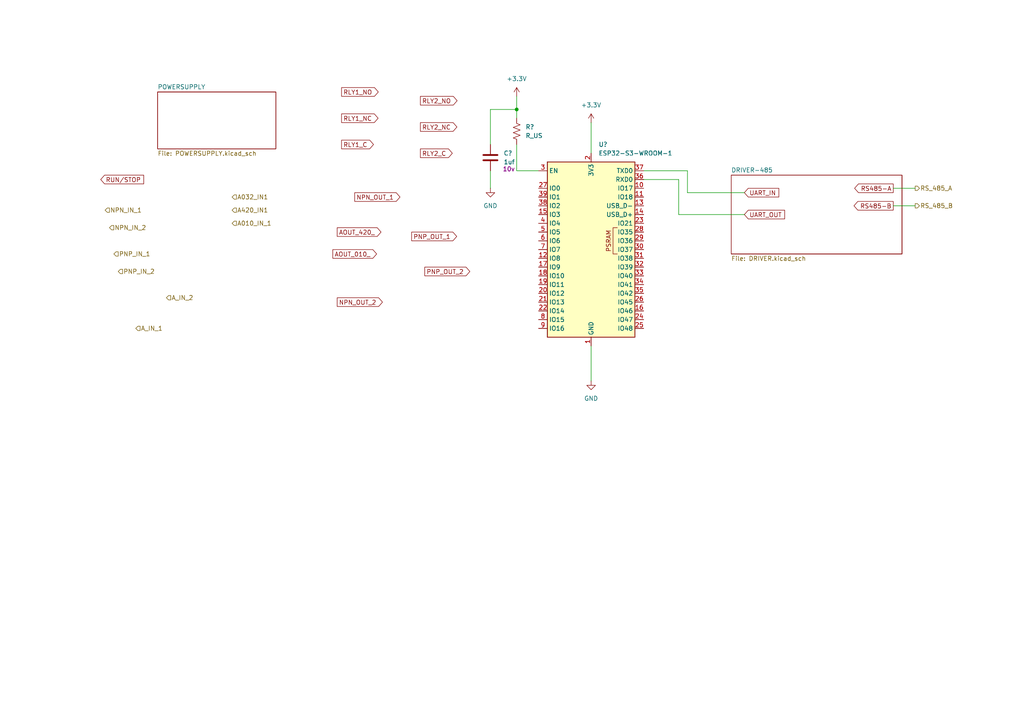
<source format=kicad_sch>
(kicad_sch
	(version 20250114)
	(generator "eeschema")
	(generator_version "9.0")
	(uuid "a8e24de5-b1df-440c-aee0-57f2ba738650")
	(paper "A4")
	(lib_symbols
		(symbol "Device:C"
			(pin_numbers
				(hide yes)
			)
			(pin_names
				(offset 0.254)
			)
			(exclude_from_sim no)
			(in_bom yes)
			(on_board yes)
			(property "Reference" "C"
				(at 0.635 2.54 0)
				(effects
					(font
						(size 1.27 1.27)
					)
					(justify left)
				)
			)
			(property "Value" "C"
				(at 0.635 -2.54 0)
				(effects
					(font
						(size 1.27 1.27)
					)
					(justify left)
				)
			)
			(property "Footprint" ""
				(at 0.9652 -3.81 0)
				(effects
					(font
						(size 1.27 1.27)
					)
					(hide yes)
				)
			)
			(property "Datasheet" "~"
				(at 0 0 0)
				(effects
					(font
						(size 1.27 1.27)
					)
					(hide yes)
				)
			)
			(property "Description" "Unpolarized capacitor"
				(at 0 0 0)
				(effects
					(font
						(size 1.27 1.27)
					)
					(hide yes)
				)
			)
			(property "ki_keywords" "cap capacitor"
				(at 0 0 0)
				(effects
					(font
						(size 1.27 1.27)
					)
					(hide yes)
				)
			)
			(property "ki_fp_filters" "C_*"
				(at 0 0 0)
				(effects
					(font
						(size 1.27 1.27)
					)
					(hide yes)
				)
			)
			(symbol "C_0_1"
				(polyline
					(pts
						(xy -2.032 0.762) (xy 2.032 0.762)
					)
					(stroke
						(width 0.508)
						(type default)
					)
					(fill
						(type none)
					)
				)
				(polyline
					(pts
						(xy -2.032 -0.762) (xy 2.032 -0.762)
					)
					(stroke
						(width 0.508)
						(type default)
					)
					(fill
						(type none)
					)
				)
			)
			(symbol "C_1_1"
				(pin passive line
					(at 0 3.81 270)
					(length 2.794)
					(name "~"
						(effects
							(font
								(size 1.27 1.27)
							)
						)
					)
					(number "1"
						(effects
							(font
								(size 1.27 1.27)
							)
						)
					)
				)
				(pin passive line
					(at 0 -3.81 90)
					(length 2.794)
					(name "~"
						(effects
							(font
								(size 1.27 1.27)
							)
						)
					)
					(number "2"
						(effects
							(font
								(size 1.27 1.27)
							)
						)
					)
				)
			)
			(embedded_fonts no)
		)
		(symbol "Device:R_US"
			(pin_numbers
				(hide yes)
			)
			(pin_names
				(offset 0)
			)
			(exclude_from_sim no)
			(in_bom yes)
			(on_board yes)
			(property "Reference" "R"
				(at 2.54 0 90)
				(effects
					(font
						(size 1.27 1.27)
					)
				)
			)
			(property "Value" "R_US"
				(at -2.54 0 90)
				(effects
					(font
						(size 1.27 1.27)
					)
				)
			)
			(property "Footprint" ""
				(at 1.016 -0.254 90)
				(effects
					(font
						(size 1.27 1.27)
					)
					(hide yes)
				)
			)
			(property "Datasheet" "~"
				(at 0 0 0)
				(effects
					(font
						(size 1.27 1.27)
					)
					(hide yes)
				)
			)
			(property "Description" "Resistor, US symbol"
				(at 0 0 0)
				(effects
					(font
						(size 1.27 1.27)
					)
					(hide yes)
				)
			)
			(property "ki_keywords" "R res resistor"
				(at 0 0 0)
				(effects
					(font
						(size 1.27 1.27)
					)
					(hide yes)
				)
			)
			(property "ki_fp_filters" "R_*"
				(at 0 0 0)
				(effects
					(font
						(size 1.27 1.27)
					)
					(hide yes)
				)
			)
			(symbol "R_US_0_1"
				(polyline
					(pts
						(xy 0 2.286) (xy 0 2.54)
					)
					(stroke
						(width 0)
						(type default)
					)
					(fill
						(type none)
					)
				)
				(polyline
					(pts
						(xy 0 2.286) (xy 1.016 1.905) (xy 0 1.524) (xy -1.016 1.143) (xy 0 0.762)
					)
					(stroke
						(width 0)
						(type default)
					)
					(fill
						(type none)
					)
				)
				(polyline
					(pts
						(xy 0 0.762) (xy 1.016 0.381) (xy 0 0) (xy -1.016 -0.381) (xy 0 -0.762)
					)
					(stroke
						(width 0)
						(type default)
					)
					(fill
						(type none)
					)
				)
				(polyline
					(pts
						(xy 0 -0.762) (xy 1.016 -1.143) (xy 0 -1.524) (xy -1.016 -1.905) (xy 0 -2.286)
					)
					(stroke
						(width 0)
						(type default)
					)
					(fill
						(type none)
					)
				)
				(polyline
					(pts
						(xy 0 -2.286) (xy 0 -2.54)
					)
					(stroke
						(width 0)
						(type default)
					)
					(fill
						(type none)
					)
				)
			)
			(symbol "R_US_1_1"
				(pin passive line
					(at 0 3.81 270)
					(length 1.27)
					(name "~"
						(effects
							(font
								(size 1.27 1.27)
							)
						)
					)
					(number "1"
						(effects
							(font
								(size 1.27 1.27)
							)
						)
					)
				)
				(pin passive line
					(at 0 -3.81 90)
					(length 1.27)
					(name "~"
						(effects
							(font
								(size 1.27 1.27)
							)
						)
					)
					(number "2"
						(effects
							(font
								(size 1.27 1.27)
							)
						)
					)
				)
			)
			(embedded_fonts no)
		)
		(symbol "RF_Module:ESP32-S3-WROOM-1"
			(exclude_from_sim no)
			(in_bom yes)
			(on_board yes)
			(property "Reference" "U"
				(at -12.7 26.67 0)
				(effects
					(font
						(size 1.27 1.27)
					)
				)
			)
			(property "Value" "ESP32-S3-WROOM-1"
				(at 12.7 26.67 0)
				(effects
					(font
						(size 1.27 1.27)
					)
				)
			)
			(property "Footprint" "RF_Module:ESP32-S3-WROOM-1"
				(at 0 2.54 0)
				(effects
					(font
						(size 1.27 1.27)
					)
					(hide yes)
				)
			)
			(property "Datasheet" "https://www.espressif.com/sites/default/files/documentation/esp32-s3-wroom-1_wroom-1u_datasheet_en.pdf"
				(at 0 0 0)
				(effects
					(font
						(size 1.27 1.27)
					)
					(hide yes)
				)
			)
			(property "Description" "RF Module, ESP32-S3 SoC, Wi-Fi 802.11b/g/n, Bluetooth, BLE, 32-bit, 3.3V, onboard antenna, SMD"
				(at 0 0 0)
				(effects
					(font
						(size 1.27 1.27)
					)
					(hide yes)
				)
			)
			(property "ki_keywords" "RF Radio BT ESP ESP32-S3 Espressif onboard PCB antenna"
				(at 0 0 0)
				(effects
					(font
						(size 1.27 1.27)
					)
					(hide yes)
				)
			)
			(property "ki_fp_filters" "ESP32?S3?WROOM?1*"
				(at 0 0 0)
				(effects
					(font
						(size 1.27 1.27)
					)
					(hide yes)
				)
			)
			(symbol "ESP32-S3-WROOM-1_0_0"
				(rectangle
					(start -12.7 25.4)
					(end 12.7 -25.4)
					(stroke
						(width 0.254)
						(type default)
					)
					(fill
						(type background)
					)
				)
				(text "PSRAM"
					(at 5.08 2.54 900)
					(effects
						(font
							(size 1.27 1.27)
						)
					)
				)
			)
			(symbol "ESP32-S3-WROOM-1_0_1"
				(polyline
					(pts
						(xy 7.62 -1.27) (xy 6.35 -1.27) (xy 6.35 6.35) (xy 7.62 6.35)
					)
					(stroke
						(width 0)
						(type default)
					)
					(fill
						(type none)
					)
				)
			)
			(symbol "ESP32-S3-WROOM-1_1_1"
				(pin input line
					(at -15.24 22.86 0)
					(length 2.54)
					(name "EN"
						(effects
							(font
								(size 1.27 1.27)
							)
						)
					)
					(number "3"
						(effects
							(font
								(size 1.27 1.27)
							)
						)
					)
				)
				(pin bidirectional line
					(at -15.24 17.78 0)
					(length 2.54)
					(name "IO0"
						(effects
							(font
								(size 1.27 1.27)
							)
						)
					)
					(number "27"
						(effects
							(font
								(size 1.27 1.27)
							)
						)
					)
				)
				(pin bidirectional line
					(at -15.24 15.24 0)
					(length 2.54)
					(name "IO1"
						(effects
							(font
								(size 1.27 1.27)
							)
						)
					)
					(number "39"
						(effects
							(font
								(size 1.27 1.27)
							)
						)
					)
				)
				(pin bidirectional line
					(at -15.24 12.7 0)
					(length 2.54)
					(name "IO2"
						(effects
							(font
								(size 1.27 1.27)
							)
						)
					)
					(number "38"
						(effects
							(font
								(size 1.27 1.27)
							)
						)
					)
				)
				(pin bidirectional line
					(at -15.24 10.16 0)
					(length 2.54)
					(name "IO3"
						(effects
							(font
								(size 1.27 1.27)
							)
						)
					)
					(number "15"
						(effects
							(font
								(size 1.27 1.27)
							)
						)
					)
				)
				(pin bidirectional line
					(at -15.24 7.62 0)
					(length 2.54)
					(name "IO4"
						(effects
							(font
								(size 1.27 1.27)
							)
						)
					)
					(number "4"
						(effects
							(font
								(size 1.27 1.27)
							)
						)
					)
				)
				(pin bidirectional line
					(at -15.24 5.08 0)
					(length 2.54)
					(name "IO5"
						(effects
							(font
								(size 1.27 1.27)
							)
						)
					)
					(number "5"
						(effects
							(font
								(size 1.27 1.27)
							)
						)
					)
				)
				(pin bidirectional line
					(at -15.24 2.54 0)
					(length 2.54)
					(name "IO6"
						(effects
							(font
								(size 1.27 1.27)
							)
						)
					)
					(number "6"
						(effects
							(font
								(size 1.27 1.27)
							)
						)
					)
				)
				(pin bidirectional line
					(at -15.24 0 0)
					(length 2.54)
					(name "IO7"
						(effects
							(font
								(size 1.27 1.27)
							)
						)
					)
					(number "7"
						(effects
							(font
								(size 1.27 1.27)
							)
						)
					)
				)
				(pin bidirectional line
					(at -15.24 -2.54 0)
					(length 2.54)
					(name "IO8"
						(effects
							(font
								(size 1.27 1.27)
							)
						)
					)
					(number "12"
						(effects
							(font
								(size 1.27 1.27)
							)
						)
					)
				)
				(pin bidirectional line
					(at -15.24 -5.08 0)
					(length 2.54)
					(name "IO9"
						(effects
							(font
								(size 1.27 1.27)
							)
						)
					)
					(number "17"
						(effects
							(font
								(size 1.27 1.27)
							)
						)
					)
				)
				(pin bidirectional line
					(at -15.24 -7.62 0)
					(length 2.54)
					(name "IO10"
						(effects
							(font
								(size 1.27 1.27)
							)
						)
					)
					(number "18"
						(effects
							(font
								(size 1.27 1.27)
							)
						)
					)
				)
				(pin bidirectional line
					(at -15.24 -10.16 0)
					(length 2.54)
					(name "IO11"
						(effects
							(font
								(size 1.27 1.27)
							)
						)
					)
					(number "19"
						(effects
							(font
								(size 1.27 1.27)
							)
						)
					)
				)
				(pin bidirectional line
					(at -15.24 -12.7 0)
					(length 2.54)
					(name "IO12"
						(effects
							(font
								(size 1.27 1.27)
							)
						)
					)
					(number "20"
						(effects
							(font
								(size 1.27 1.27)
							)
						)
					)
				)
				(pin bidirectional line
					(at -15.24 -15.24 0)
					(length 2.54)
					(name "IO13"
						(effects
							(font
								(size 1.27 1.27)
							)
						)
					)
					(number "21"
						(effects
							(font
								(size 1.27 1.27)
							)
						)
					)
				)
				(pin bidirectional line
					(at -15.24 -17.78 0)
					(length 2.54)
					(name "IO14"
						(effects
							(font
								(size 1.27 1.27)
							)
						)
					)
					(number "22"
						(effects
							(font
								(size 1.27 1.27)
							)
						)
					)
				)
				(pin bidirectional line
					(at -15.24 -20.32 0)
					(length 2.54)
					(name "IO15"
						(effects
							(font
								(size 1.27 1.27)
							)
						)
					)
					(number "8"
						(effects
							(font
								(size 1.27 1.27)
							)
						)
					)
				)
				(pin bidirectional line
					(at -15.24 -22.86 0)
					(length 2.54)
					(name "IO16"
						(effects
							(font
								(size 1.27 1.27)
							)
						)
					)
					(number "9"
						(effects
							(font
								(size 1.27 1.27)
							)
						)
					)
				)
				(pin power_in line
					(at 0 27.94 270)
					(length 2.54)
					(name "3V3"
						(effects
							(font
								(size 1.27 1.27)
							)
						)
					)
					(number "2"
						(effects
							(font
								(size 1.27 1.27)
							)
						)
					)
				)
				(pin power_in line
					(at 0 -27.94 90)
					(length 2.54)
					(name "GND"
						(effects
							(font
								(size 1.27 1.27)
							)
						)
					)
					(number "1"
						(effects
							(font
								(size 1.27 1.27)
							)
						)
					)
				)
				(pin passive line
					(at 0 -27.94 90)
					(length 2.54)
					(hide yes)
					(name "GND"
						(effects
							(font
								(size 1.27 1.27)
							)
						)
					)
					(number "40"
						(effects
							(font
								(size 1.27 1.27)
							)
						)
					)
				)
				(pin passive line
					(at 0 -27.94 90)
					(length 2.54)
					(hide yes)
					(name "GND"
						(effects
							(font
								(size 1.27 1.27)
							)
						)
					)
					(number "41"
						(effects
							(font
								(size 1.27 1.27)
							)
						)
					)
				)
				(pin bidirectional line
					(at 15.24 22.86 180)
					(length 2.54)
					(name "TXD0"
						(effects
							(font
								(size 1.27 1.27)
							)
						)
					)
					(number "37"
						(effects
							(font
								(size 1.27 1.27)
							)
						)
					)
				)
				(pin bidirectional line
					(at 15.24 20.32 180)
					(length 2.54)
					(name "RXD0"
						(effects
							(font
								(size 1.27 1.27)
							)
						)
					)
					(number "36"
						(effects
							(font
								(size 1.27 1.27)
							)
						)
					)
				)
				(pin bidirectional line
					(at 15.24 17.78 180)
					(length 2.54)
					(name "IO17"
						(effects
							(font
								(size 1.27 1.27)
							)
						)
					)
					(number "10"
						(effects
							(font
								(size 1.27 1.27)
							)
						)
					)
				)
				(pin bidirectional line
					(at 15.24 15.24 180)
					(length 2.54)
					(name "IO18"
						(effects
							(font
								(size 1.27 1.27)
							)
						)
					)
					(number "11"
						(effects
							(font
								(size 1.27 1.27)
							)
						)
					)
				)
				(pin bidirectional line
					(at 15.24 12.7 180)
					(length 2.54)
					(name "USB_D-"
						(effects
							(font
								(size 1.27 1.27)
							)
						)
					)
					(number "13"
						(effects
							(font
								(size 1.27 1.27)
							)
						)
					)
					(alternate "IO19" bidirectional line)
				)
				(pin bidirectional line
					(at 15.24 10.16 180)
					(length 2.54)
					(name "USB_D+"
						(effects
							(font
								(size 1.27 1.27)
							)
						)
					)
					(number "14"
						(effects
							(font
								(size 1.27 1.27)
							)
						)
					)
					(alternate "IO20" bidirectional line)
				)
				(pin bidirectional line
					(at 15.24 7.62 180)
					(length 2.54)
					(name "IO21"
						(effects
							(font
								(size 1.27 1.27)
							)
						)
					)
					(number "23"
						(effects
							(font
								(size 1.27 1.27)
							)
						)
					)
				)
				(pin bidirectional line
					(at 15.24 5.08 180)
					(length 2.54)
					(name "IO35"
						(effects
							(font
								(size 1.27 1.27)
							)
						)
					)
					(number "28"
						(effects
							(font
								(size 1.27 1.27)
							)
						)
					)
				)
				(pin bidirectional line
					(at 15.24 2.54 180)
					(length 2.54)
					(name "IO36"
						(effects
							(font
								(size 1.27 1.27)
							)
						)
					)
					(number "29"
						(effects
							(font
								(size 1.27 1.27)
							)
						)
					)
				)
				(pin bidirectional line
					(at 15.24 0 180)
					(length 2.54)
					(name "IO37"
						(effects
							(font
								(size 1.27 1.27)
							)
						)
					)
					(number "30"
						(effects
							(font
								(size 1.27 1.27)
							)
						)
					)
				)
				(pin bidirectional line
					(at 15.24 -2.54 180)
					(length 2.54)
					(name "IO38"
						(effects
							(font
								(size 1.27 1.27)
							)
						)
					)
					(number "31"
						(effects
							(font
								(size 1.27 1.27)
							)
						)
					)
				)
				(pin bidirectional line
					(at 15.24 -5.08 180)
					(length 2.54)
					(name "IO39"
						(effects
							(font
								(size 1.27 1.27)
							)
						)
					)
					(number "32"
						(effects
							(font
								(size 1.27 1.27)
							)
						)
					)
				)
				(pin bidirectional line
					(at 15.24 -7.62 180)
					(length 2.54)
					(name "IO40"
						(effects
							(font
								(size 1.27 1.27)
							)
						)
					)
					(number "33"
						(effects
							(font
								(size 1.27 1.27)
							)
						)
					)
				)
				(pin bidirectional line
					(at 15.24 -10.16 180)
					(length 2.54)
					(name "IO41"
						(effects
							(font
								(size 1.27 1.27)
							)
						)
					)
					(number "34"
						(effects
							(font
								(size 1.27 1.27)
							)
						)
					)
				)
				(pin bidirectional line
					(at 15.24 -12.7 180)
					(length 2.54)
					(name "IO42"
						(effects
							(font
								(size 1.27 1.27)
							)
						)
					)
					(number "35"
						(effects
							(font
								(size 1.27 1.27)
							)
						)
					)
				)
				(pin bidirectional line
					(at 15.24 -15.24 180)
					(length 2.54)
					(name "IO45"
						(effects
							(font
								(size 1.27 1.27)
							)
						)
					)
					(number "26"
						(effects
							(font
								(size 1.27 1.27)
							)
						)
					)
				)
				(pin bidirectional line
					(at 15.24 -17.78 180)
					(length 2.54)
					(name "IO46"
						(effects
							(font
								(size 1.27 1.27)
							)
						)
					)
					(number "16"
						(effects
							(font
								(size 1.27 1.27)
							)
						)
					)
				)
				(pin bidirectional line
					(at 15.24 -20.32 180)
					(length 2.54)
					(name "IO47"
						(effects
							(font
								(size 1.27 1.27)
							)
						)
					)
					(number "24"
						(effects
							(font
								(size 1.27 1.27)
							)
						)
					)
				)
				(pin bidirectional line
					(at 15.24 -22.86 180)
					(length 2.54)
					(name "IO48"
						(effects
							(font
								(size 1.27 1.27)
							)
						)
					)
					(number "25"
						(effects
							(font
								(size 1.27 1.27)
							)
						)
					)
				)
			)
			(embedded_fonts no)
		)
		(symbol "power:+3.3V"
			(power)
			(pin_numbers
				(hide yes)
			)
			(pin_names
				(offset 0)
				(hide yes)
			)
			(exclude_from_sim no)
			(in_bom yes)
			(on_board yes)
			(property "Reference" "#PWR"
				(at 0 -3.81 0)
				(effects
					(font
						(size 1.27 1.27)
					)
					(hide yes)
				)
			)
			(property "Value" "+3.3V"
				(at 0 3.556 0)
				(effects
					(font
						(size 1.27 1.27)
					)
				)
			)
			(property "Footprint" ""
				(at 0 0 0)
				(effects
					(font
						(size 1.27 1.27)
					)
					(hide yes)
				)
			)
			(property "Datasheet" ""
				(at 0 0 0)
				(effects
					(font
						(size 1.27 1.27)
					)
					(hide yes)
				)
			)
			(property "Description" "Power symbol creates a global label with name \"+3.3V\""
				(at 0 0 0)
				(effects
					(font
						(size 1.27 1.27)
					)
					(hide yes)
				)
			)
			(property "ki_keywords" "global power"
				(at 0 0 0)
				(effects
					(font
						(size 1.27 1.27)
					)
					(hide yes)
				)
			)
			(symbol "+3.3V_0_1"
				(polyline
					(pts
						(xy -0.762 1.27) (xy 0 2.54)
					)
					(stroke
						(width 0)
						(type default)
					)
					(fill
						(type none)
					)
				)
				(polyline
					(pts
						(xy 0 2.54) (xy 0.762 1.27)
					)
					(stroke
						(width 0)
						(type default)
					)
					(fill
						(type none)
					)
				)
				(polyline
					(pts
						(xy 0 0) (xy 0 2.54)
					)
					(stroke
						(width 0)
						(type default)
					)
					(fill
						(type none)
					)
				)
			)
			(symbol "+3.3V_1_1"
				(pin power_in line
					(at 0 0 90)
					(length 0)
					(name "~"
						(effects
							(font
								(size 1.27 1.27)
							)
						)
					)
					(number "1"
						(effects
							(font
								(size 1.27 1.27)
							)
						)
					)
				)
			)
			(embedded_fonts no)
		)
		(symbol "power:GND"
			(power)
			(pin_numbers
				(hide yes)
			)
			(pin_names
				(offset 0)
				(hide yes)
			)
			(exclude_from_sim no)
			(in_bom yes)
			(on_board yes)
			(property "Reference" "#PWR"
				(at 0 -6.35 0)
				(effects
					(font
						(size 1.27 1.27)
					)
					(hide yes)
				)
			)
			(property "Value" "GND"
				(at 0 -3.81 0)
				(effects
					(font
						(size 1.27 1.27)
					)
				)
			)
			(property "Footprint" ""
				(at 0 0 0)
				(effects
					(font
						(size 1.27 1.27)
					)
					(hide yes)
				)
			)
			(property "Datasheet" ""
				(at 0 0 0)
				(effects
					(font
						(size 1.27 1.27)
					)
					(hide yes)
				)
			)
			(property "Description" "Power symbol creates a global label with name \"GND\" , ground"
				(at 0 0 0)
				(effects
					(font
						(size 1.27 1.27)
					)
					(hide yes)
				)
			)
			(property "ki_keywords" "global power"
				(at 0 0 0)
				(effects
					(font
						(size 1.27 1.27)
					)
					(hide yes)
				)
			)
			(symbol "GND_0_1"
				(polyline
					(pts
						(xy 0 0) (xy 0 -1.27) (xy 1.27 -1.27) (xy 0 -2.54) (xy -1.27 -1.27) (xy 0 -1.27)
					)
					(stroke
						(width 0)
						(type default)
					)
					(fill
						(type none)
					)
				)
			)
			(symbol "GND_1_1"
				(pin power_in line
					(at 0 0 270)
					(length 0)
					(name "~"
						(effects
							(font
								(size 1.27 1.27)
							)
						)
					)
					(number "1"
						(effects
							(font
								(size 1.27 1.27)
							)
						)
					)
				)
			)
			(embedded_fonts no)
		)
	)
	(junction
		(at 149.86 31.75)
		(diameter 0)
		(color 0 0 0 0)
		(uuid "650f93f3-6b94-4766-b318-4915187c1c65")
	)
	(wire
		(pts
			(xy 149.86 31.75) (xy 149.86 34.29)
		)
		(stroke
			(width 0)
			(type default)
		)
		(uuid "0f513823-e3eb-447e-a8d1-275d54408836")
	)
	(wire
		(pts
			(xy 149.86 41.91) (xy 149.86 49.53)
		)
		(stroke
			(width 0)
			(type default)
		)
		(uuid "20a24c9b-3432-46ae-b123-62a2031bb9fd")
	)
	(wire
		(pts
			(xy 171.45 100.33) (xy 171.45 110.49)
		)
		(stroke
			(width 0)
			(type default)
		)
		(uuid "23652a4b-9856-4efb-8201-e5ea5ff597af")
	)
	(wire
		(pts
			(xy 259.08 59.69) (xy 265.43 59.69)
		)
		(stroke
			(width 0)
			(type default)
		)
		(uuid "2dbe8add-880a-4a8e-b998-dde8c0679e1c")
	)
	(wire
		(pts
			(xy 196.85 62.23) (xy 215.9 62.23)
		)
		(stroke
			(width 0)
			(type default)
		)
		(uuid "6fb76a61-54ad-4d47-b279-1024b157ec33")
	)
	(wire
		(pts
			(xy 142.24 49.53) (xy 142.24 54.61)
		)
		(stroke
			(width 0)
			(type default)
		)
		(uuid "718e73f1-da47-415c-bc15-f264f4f12d74")
	)
	(wire
		(pts
			(xy 142.24 31.75) (xy 149.86 31.75)
		)
		(stroke
			(width 0)
			(type default)
		)
		(uuid "7794c223-9a11-4b55-8d0a-e4581edcc982")
	)
	(wire
		(pts
			(xy 186.69 49.53) (xy 199.39 49.53)
		)
		(stroke
			(width 0)
			(type default)
		)
		(uuid "7f2d44cb-6940-449a-8474-2833cec831fd")
	)
	(wire
		(pts
			(xy 186.69 52.07) (xy 196.85 52.07)
		)
		(stroke
			(width 0)
			(type default)
		)
		(uuid "944ee6b7-d694-49a7-bb25-a127ac301bf2")
	)
	(wire
		(pts
			(xy 196.85 52.07) (xy 196.85 62.23)
		)
		(stroke
			(width 0)
			(type default)
		)
		(uuid "a2e39068-a81f-4f8c-9a05-332af004d462")
	)
	(wire
		(pts
			(xy 171.45 35.56) (xy 171.45 44.45)
		)
		(stroke
			(width 0)
			(type default)
		)
		(uuid "c33b4fc5-4b3e-4bc2-a4a3-926bc08355b9")
	)
	(wire
		(pts
			(xy 259.08 54.61) (xy 265.43 54.61)
		)
		(stroke
			(width 0)
			(type default)
		)
		(uuid "c8bdf281-4bf1-4c0d-a1d2-987f20270d31")
	)
	(wire
		(pts
			(xy 149.86 49.53) (xy 156.21 49.53)
		)
		(stroke
			(width 0)
			(type default)
		)
		(uuid "d2713b47-1033-4af9-aba7-578125ba5503")
	)
	(wire
		(pts
			(xy 199.39 49.53) (xy 199.39 55.88)
		)
		(stroke
			(width 0)
			(type default)
		)
		(uuid "d972359a-f9a0-4618-b781-d6c2fd20d269")
	)
	(wire
		(pts
			(xy 199.39 55.88) (xy 215.9 55.88)
		)
		(stroke
			(width 0)
			(type default)
		)
		(uuid "dba3f711-189c-49e2-a1d0-beefda59f99a")
	)
	(wire
		(pts
			(xy 142.24 41.91) (xy 142.24 31.75)
		)
		(stroke
			(width 0)
			(type default)
		)
		(uuid "ddd44235-348b-4a21-bbb9-06a4ea216c15")
	)
	(wire
		(pts
			(xy 149.86 27.94) (xy 149.86 31.75)
		)
		(stroke
			(width 0)
			(type default)
		)
		(uuid "fdbb46e0-4884-4c9a-8dae-1ba8b7416e7a")
	)
	(global_label "PNP_OUT_2"
		(shape output)
		(at 123.19 78.74 0)
		(fields_autoplaced yes)
		(effects
			(font
				(size 1.27 1.27)
			)
			(justify left)
		)
		(uuid "243f4fec-d8dd-4a93-a12e-893b42f6525c")
		(property "Intersheetrefs" "${INTERSHEET_REFS}"
			(at 136.819 78.74 0)
			(effects
				(font
					(size 1.27 1.27)
				)
				(justify left)
				(hide yes)
			)
		)
	)
	(global_label "RLY1_NO"
		(shape output)
		(at 99.06 26.67 0)
		(fields_autoplaced yes)
		(effects
			(font
				(size 1.27 1.27)
			)
			(justify left)
		)
		(uuid "247eb049-428f-4f25-91eb-61239c3a2244")
		(property "Intersheetrefs" "${INTERSHEET_REFS}"
			(at 110.27 26.67 0)
			(effects
				(font
					(size 1.27 1.27)
				)
				(justify left)
				(hide yes)
			)
		)
	)
	(global_label "RLY2_NO"
		(shape output)
		(at 121.92 29.21 0)
		(fields_autoplaced yes)
		(effects
			(font
				(size 1.27 1.27)
			)
			(justify left)
		)
		(uuid "282f09cd-2d82-4e82-8852-44f02019f644")
		(property "Intersheetrefs" "${INTERSHEET_REFS}"
			(at 133.13 29.21 0)
			(effects
				(font
					(size 1.27 1.27)
				)
				(justify left)
				(hide yes)
			)
		)
	)
	(global_label "RS485-B"
		(shape output)
		(at 259.08 59.69 180)
		(fields_autoplaced yes)
		(effects
			(font
				(size 1.27 1.27)
			)
			(justify right)
		)
		(uuid "2f25038b-4b22-436d-84c5-19b761f24e45")
		(property "Intersheetrefs" "${INTERSHEET_REFS}"
			(at 247.1444 59.69 0)
			(effects
				(font
					(size 1.27 1.27)
				)
				(justify right)
				(hide yes)
			)
		)
	)
	(global_label "AOUT_420_"
		(shape output)
		(at 97.79 67.31 0)
		(fields_autoplaced yes)
		(effects
			(font
				(size 1.27 1.27)
			)
			(justify left)
		)
		(uuid "38086f34-0d25-4e31-a2b1-02c2850020b2")
		(property "Intersheetrefs" "${INTERSHEET_REFS}"
			(at 111.0561 67.31 0)
			(effects
				(font
					(size 1.27 1.27)
				)
				(justify left)
				(hide yes)
			)
		)
	)
	(global_label "RUN{slash}STOP"
		(shape input)
		(at 29.21 52.07 0)
		(fields_autoplaced yes)
		(effects
			(font
				(size 1.27 1.27)
			)
			(justify left)
		)
		(uuid "395d5b4f-5368-4466-a499-96cc3140ff17")
		(property "Intersheetrefs" "${INTERSHEET_REFS}"
			(at 42.2343 52.07 0)
			(effects
				(font
					(size 1.27 1.27)
				)
				(justify left)
				(hide yes)
			)
		)
	)
	(global_label "RLY2_NC"
		(shape output)
		(at 121.92 36.83 0)
		(fields_autoplaced yes)
		(effects
			(font
				(size 1.27 1.27)
			)
			(justify left)
		)
		(uuid "3c76c257-1570-4d6d-9f0c-44b1f7739d58")
		(property "Intersheetrefs" "${INTERSHEET_REFS}"
			(at 133.0695 36.83 0)
			(effects
				(font
					(size 1.27 1.27)
				)
				(justify left)
				(hide yes)
			)
		)
	)
	(global_label "NPN_OUT_2"
		(shape output)
		(at 97.79 87.63 0)
		(fields_autoplaced yes)
		(effects
			(font
				(size 1.27 1.27)
			)
			(justify left)
		)
		(uuid "425a0faf-cdf7-4915-9b12-fe1b216ed391")
		(property "Intersheetrefs" "${INTERSHEET_REFS}"
			(at 111.4795 87.63 0)
			(effects
				(font
					(size 1.27 1.27)
				)
				(justify left)
				(hide yes)
			)
		)
	)
	(global_label "PNP_OUT_1"
		(shape output)
		(at 119.38 68.58 0)
		(fields_autoplaced yes)
		(effects
			(font
				(size 1.27 1.27)
			)
			(justify left)
		)
		(uuid "56ca9699-eeb9-471a-bfbc-1a194b0c3a33")
		(property "Intersheetrefs" "${INTERSHEET_REFS}"
			(at 133.009 68.58 0)
			(effects
				(font
					(size 1.27 1.27)
				)
				(justify left)
				(hide yes)
			)
		)
	)
	(global_label "UART_OUT"
		(shape input)
		(at 215.9 62.23 0)
		(fields_autoplaced yes)
		(effects
			(font
				(size 1.27 1.27)
			)
			(justify left)
		)
		(uuid "5ef3961a-fc5a-44fe-8eea-49b91391b224")
		(property "Intersheetrefs" "${INTERSHEET_REFS}"
			(at 228.1381 62.23 0)
			(effects
				(font
					(size 1.27 1.27)
				)
				(justify left)
				(hide yes)
			)
		)
	)
	(global_label "NPN_OUT_1"
		(shape output)
		(at 102.87 57.15 0)
		(fields_autoplaced yes)
		(effects
			(font
				(size 1.27 1.27)
			)
			(justify left)
		)
		(uuid "6b864ad5-e675-43c3-91e8-12e3720b5761")
		(property "Intersheetrefs" "${INTERSHEET_REFS}"
			(at 116.5595 57.15 0)
			(effects
				(font
					(size 1.27 1.27)
				)
				(justify left)
				(hide yes)
			)
		)
	)
	(global_label "RLY1_NC"
		(shape output)
		(at 99.06 34.29 0)
		(fields_autoplaced yes)
		(effects
			(font
				(size 1.27 1.27)
			)
			(justify left)
		)
		(uuid "7d699579-9321-4c21-9078-25f22693271f")
		(property "Intersheetrefs" "${INTERSHEET_REFS}"
			(at 110.2095 34.29 0)
			(effects
				(font
					(size 1.27 1.27)
				)
				(justify left)
				(hide yes)
			)
		)
	)
	(global_label "RS485-A"
		(shape output)
		(at 259.08 54.61 180)
		(fields_autoplaced yes)
		(effects
			(font
				(size 1.27 1.27)
			)
			(justify right)
		)
		(uuid "87d7fb46-a073-4eb7-8183-faa9c80e1427")
		(property "Intersheetrefs" "${INTERSHEET_REFS}"
			(at 247.3258 54.61 0)
			(effects
				(font
					(size 1.27 1.27)
				)
				(justify right)
				(hide yes)
			)
		)
	)
	(global_label "AOUT_010_"
		(shape output)
		(at 96.52 73.66 0)
		(fields_autoplaced yes)
		(effects
			(font
				(size 1.27 1.27)
			)
			(justify left)
		)
		(uuid "88d516c3-80ed-4090-a934-9bb4e5e74695")
		(property "Intersheetrefs" "${INTERSHEET_REFS}"
			(at 109.7861 73.66 0)
			(effects
				(font
					(size 1.27 1.27)
				)
				(justify left)
				(hide yes)
			)
		)
	)
	(global_label "RLY1_C"
		(shape output)
		(at 99.06 41.91 0)
		(fields_autoplaced yes)
		(effects
			(font
				(size 1.27 1.27)
			)
			(justify left)
		)
		(uuid "b1226a25-a244-4b54-acf5-3cbd8259bf28")
		(property "Intersheetrefs" "${INTERSHEET_REFS}"
			(at 108.879 41.91 0)
			(effects
				(font
					(size 1.27 1.27)
				)
				(justify left)
				(hide yes)
			)
		)
	)
	(global_label "RLY2_C"
		(shape output)
		(at 121.92 44.45 0)
		(fields_autoplaced yes)
		(effects
			(font
				(size 1.27 1.27)
			)
			(justify left)
		)
		(uuid "bb366cb4-e74e-4e67-8dfa-d8e804763543")
		(property "Intersheetrefs" "${INTERSHEET_REFS}"
			(at 131.739 44.45 0)
			(effects
				(font
					(size 1.27 1.27)
				)
				(justify left)
				(hide yes)
			)
		)
	)
	(global_label "UART_IN"
		(shape input)
		(at 215.9 55.88 0)
		(fields_autoplaced yes)
		(effects
			(font
				(size 1.27 1.27)
			)
			(justify left)
		)
		(uuid "ec64b913-336a-49d0-bf00-093909f4a03b")
		(property "Intersheetrefs" "${INTERSHEET_REFS}"
			(at 226.4448 55.88 0)
			(effects
				(font
					(size 1.27 1.27)
				)
				(justify left)
				(hide yes)
			)
		)
	)
	(hierarchical_label "A010_IN_1"
		(shape input)
		(at 67.31 64.77 0)
		(effects
			(font
				(size 1.27 1.27)
			)
			(justify left)
		)
		(uuid "0e274747-eb76-454c-96df-488bc53aac06")
	)
	(hierarchical_label "PNP_IN_1"
		(shape input)
		(at 33.02 73.66 0)
		(effects
			(font
				(size 1.27 1.27)
			)
			(justify left)
		)
		(uuid "173048d4-e17c-4455-8229-af2200ca3cf6")
	)
	(hierarchical_label "NPN_IN_2"
		(shape input)
		(at 31.75 66.04 0)
		(effects
			(font
				(size 1.27 1.27)
			)
			(justify left)
		)
		(uuid "41765dc4-e3b9-459c-817a-86321e35bfe6")
	)
	(hierarchical_label "A032_IN1"
		(shape input)
		(at 67.31 57.15 0)
		(effects
			(font
				(size 1.27 1.27)
			)
			(justify left)
		)
		(uuid "46474dce-cf76-4684-ad56-40518ad9d38e")
	)
	(hierarchical_label "NPN_IN_1"
		(shape input)
		(at 30.48 60.96 0)
		(effects
			(font
				(size 1.27 1.27)
			)
			(justify left)
		)
		(uuid "65f8dbf9-6fb1-4ef6-80c1-8a8811f2b2c2")
	)
	(hierarchical_label "RS_485_A"
		(shape output)
		(at 265.43 54.61 0)
		(effects
			(font
				(size 1.27 1.27)
			)
			(justify left)
		)
		(uuid "85f73a85-82d1-42ae-9cde-0a86e0ca7088")
	)
	(hierarchical_label "PNP_IN_2"
		(shape input)
		(at 34.29 78.74 0)
		(effects
			(font
				(size 1.27 1.27)
			)
			(justify left)
		)
		(uuid "8b47e860-4f2d-4506-ace4-177c8e3a8eeb")
	)
	(hierarchical_label "A_IN_1"
		(shape input)
		(at 39.37 95.25 0)
		(effects
			(font
				(size 1.27 1.27)
			)
			(justify left)
		)
		(uuid "8cbcbe97-829e-4b47-a503-bab8c52e5a81")
	)
	(hierarchical_label "A420_IN1"
		(shape input)
		(at 67.31 60.96 0)
		(effects
			(font
				(size 1.27 1.27)
			)
			(justify left)
		)
		(uuid "90ba074b-44e6-40df-a299-7f4e6befb918")
	)
	(hierarchical_label "RS_485_B"
		(shape output)
		(at 265.43 59.69 0)
		(effects
			(font
				(size 1.27 1.27)
			)
			(justify left)
		)
		(uuid "bb39d30c-9871-4e04-91bd-b686e43e217d")
	)
	(hierarchical_label "A_IN_2"
		(shape input)
		(at 48.26 86.36 0)
		(effects
			(font
				(size 1.27 1.27)
			)
			(justify left)
		)
		(uuid "eb12ef83-b997-4cf9-ac59-b585ae4b379c")
	)
	(symbol
		(lib_id "power:GND")
		(at 171.45 110.49 0)
		(unit 1)
		(exclude_from_sim no)
		(in_bom yes)
		(on_board yes)
		(dnp no)
		(fields_autoplaced yes)
		(uuid "43a41b66-be15-426d-a80a-49439a56daaf")
		(property "Reference" "#PWR?"
			(at 171.45 116.84 0)
			(effects
				(font
					(size 1.27 1.27)
				)
				(hide yes)
			)
		)
		(property "Value" "GND"
			(at 171.45 115.57 0)
			(effects
				(font
					(size 1.27 1.27)
				)
			)
		)
		(property "Footprint" ""
			(at 171.45 110.49 0)
			(effects
				(font
					(size 1.27 1.27)
				)
				(hide yes)
			)
		)
		(property "Datasheet" ""
			(at 171.45 110.49 0)
			(effects
				(font
					(size 1.27 1.27)
				)
				(hide yes)
			)
		)
		(property "Description" "Power symbol creates a global label with name \"GND\" , ground"
			(at 171.45 110.49 0)
			(effects
				(font
					(size 1.27 1.27)
				)
				(hide yes)
			)
		)
		(pin "1"
			(uuid "5c0249ee-e772-41b5-b8f6-50bb33029833")
		)
		(instances
			(project "NIVARA_BOARD"
				(path "/a8e24de5-b1df-440c-aee0-57f2ba738650"
					(reference "#PWR?")
					(unit 1)
				)
			)
			(project ""
				(path "/dc6fb271-dfd0-4448-98f1-862b1cc93a80/2ca62569-d560-4cca-9470-52fd378086ae"
					(reference "#PWR08")
					(unit 1)
				)
			)
		)
	)
	(symbol
		(lib_id "power:+3.3V")
		(at 171.45 35.56 0)
		(unit 1)
		(exclude_from_sim no)
		(in_bom yes)
		(on_board yes)
		(dnp no)
		(fields_autoplaced yes)
		(uuid "4c7f119d-97a7-498f-8834-97e15835820a")
		(property "Reference" "#PWR?"
			(at 171.45 39.37 0)
			(effects
				(font
					(size 1.27 1.27)
				)
				(hide yes)
			)
		)
		(property "Value" "+3.3V"
			(at 171.45 30.48 0)
			(effects
				(font
					(size 1.27 1.27)
				)
			)
		)
		(property "Footprint" ""
			(at 171.45 35.56 0)
			(effects
				(font
					(size 1.27 1.27)
				)
				(hide yes)
			)
		)
		(property "Datasheet" ""
			(at 171.45 35.56 0)
			(effects
				(font
					(size 1.27 1.27)
				)
				(hide yes)
			)
		)
		(property "Description" "Power symbol creates a global label with name \"+3.3V\""
			(at 171.45 35.56 0)
			(effects
				(font
					(size 1.27 1.27)
				)
				(hide yes)
			)
		)
		(pin "1"
			(uuid "e0a86121-4e62-482e-9d3d-6299641a5ee8")
		)
		(instances
			(project "NIVARA_BOARD"
				(path "/a8e24de5-b1df-440c-aee0-57f2ba738650"
					(reference "#PWR?")
					(unit 1)
				)
			)
			(project ""
				(path "/dc6fb271-dfd0-4448-98f1-862b1cc93a80/2ca62569-d560-4cca-9470-52fd378086ae"
					(reference "#PWR01")
					(unit 1)
				)
			)
		)
	)
	(symbol
		(lib_id "Device:C")
		(at 142.24 45.72 0)
		(unit 1)
		(exclude_from_sim no)
		(in_bom yes)
		(on_board yes)
		(dnp no)
		(uuid "8c3b2b8d-2e26-4e08-a5d2-c74caeaa4681")
		(property "Reference" "C?"
			(at 146.05 44.4499 0)
			(effects
				(font
					(size 1.27 1.27)
				)
				(justify left)
			)
		)
		(property "Value" "1uf"
			(at 146.05 46.9899 0)
			(effects
				(font
					(size 1.27 1.27)
				)
				(justify left)
			)
		)
		(property "Footprint" ""
			(at 143.2052 49.53 0)
			(effects
				(font
					(size 1.27 1.27)
				)
				(hide yes)
			)
		)
		(property "Datasheet" "~"
			(at 142.24 45.72 0)
			(effects
				(font
					(size 1.27 1.27)
				)
				(hide yes)
			)
		)
		(property "Description" "Unpolarized capacitor"
			(at 142.24 45.72 0)
			(effects
				(font
					(size 1.27 1.27)
				)
				(hide yes)
			)
		)
		(property "vol" "10v"
			(at 147.574 49.022 0)
			(effects
				(font
					(size 1.27 1.27)
				)
			)
		)
		(pin "2"
			(uuid "b201e467-3faa-40c6-8193-6c16e66416b5")
		)
		(pin "1"
			(uuid "82bbfd1c-4f49-4ae6-b017-f8a48535e70b")
		)
		(instances
			(project "NIVARA_BOARD"
				(path "/a8e24de5-b1df-440c-aee0-57f2ba738650"
					(reference "C?")
					(unit 1)
				)
			)
			(project ""
				(path "/dc6fb271-dfd0-4448-98f1-862b1cc93a80/2ca62569-d560-4cca-9470-52fd378086ae"
					(reference "C1")
					(unit 1)
				)
			)
		)
	)
	(symbol
		(lib_id "Device:R_US")
		(at 149.86 38.1 0)
		(unit 1)
		(exclude_from_sim no)
		(in_bom yes)
		(on_board yes)
		(dnp no)
		(fields_autoplaced yes)
		(uuid "b4be5991-908b-486f-8025-9e5e498b1905")
		(property "Reference" "R?"
			(at 152.4 36.8299 0)
			(effects
				(font
					(size 1.27 1.27)
				)
				(justify left)
			)
		)
		(property "Value" "R_US"
			(at 152.4 39.3699 0)
			(effects
				(font
					(size 1.27 1.27)
				)
				(justify left)
			)
		)
		(property "Footprint" ""
			(at 150.876 38.354 90)
			(effects
				(font
					(size 1.27 1.27)
				)
				(hide yes)
			)
		)
		(property "Datasheet" "~"
			(at 149.86 38.1 0)
			(effects
				(font
					(size 1.27 1.27)
				)
				(hide yes)
			)
		)
		(property "Description" "Resistor, US symbol"
			(at 149.86 38.1 0)
			(effects
				(font
					(size 1.27 1.27)
				)
				(hide yes)
			)
		)
		(pin "2"
			(uuid "c9d17e76-ad0c-456b-af7c-19629d836de5")
		)
		(pin "1"
			(uuid "cc4e9f80-429b-4ea5-a784-641ef2f92552")
		)
		(instances
			(project "NIVARA_BOARD"
				(path "/a8e24de5-b1df-440c-aee0-57f2ba738650"
					(reference "R?")
					(unit 1)
				)
			)
			(project ""
				(path "/dc6fb271-dfd0-4448-98f1-862b1cc93a80/2ca62569-d560-4cca-9470-52fd378086ae"
					(reference "R1")
					(unit 1)
				)
			)
		)
	)
	(symbol
		(lib_id "power:GND")
		(at 142.24 54.61 0)
		(unit 1)
		(exclude_from_sim no)
		(in_bom yes)
		(on_board yes)
		(dnp no)
		(fields_autoplaced yes)
		(uuid "c24aa759-e524-4d4f-877b-06a610a4cc25")
		(property "Reference" "#PWR?"
			(at 142.24 60.96 0)
			(effects
				(font
					(size 1.27 1.27)
				)
				(hide yes)
			)
		)
		(property "Value" "GND"
			(at 142.24 59.69 0)
			(effects
				(font
					(size 1.27 1.27)
				)
			)
		)
		(property "Footprint" ""
			(at 142.24 54.61 0)
			(effects
				(font
					(size 1.27 1.27)
				)
				(hide yes)
			)
		)
		(property "Datasheet" ""
			(at 142.24 54.61 0)
			(effects
				(font
					(size 1.27 1.27)
				)
				(hide yes)
			)
		)
		(property "Description" "Power symbol creates a global label with name \"GND\" , ground"
			(at 142.24 54.61 0)
			(effects
				(font
					(size 1.27 1.27)
				)
				(hide yes)
			)
		)
		(pin "1"
			(uuid "56b51ec5-5623-4461-93b5-2ffbdedff320")
		)
		(instances
			(project "NIVARA_BOARD"
				(path "/a8e24de5-b1df-440c-aee0-57f2ba738650"
					(reference "#PWR?")
					(unit 1)
				)
			)
			(project "NIVARA PROJECT"
				(path "/dc6fb271-dfd0-4448-98f1-862b1cc93a80/2ca62569-d560-4cca-9470-52fd378086ae"
					(reference "#PWR010")
					(unit 1)
				)
			)
		)
	)
	(symbol
		(lib_id "power:+3.3V")
		(at 149.86 27.94 0)
		(unit 1)
		(exclude_from_sim no)
		(in_bom yes)
		(on_board yes)
		(dnp no)
		(fields_autoplaced yes)
		(uuid "e388b6ee-ef40-492e-b2d5-ccc52d249127")
		(property "Reference" "#PWR?"
			(at 149.86 31.75 0)
			(effects
				(font
					(size 1.27 1.27)
				)
				(hide yes)
			)
		)
		(property "Value" "+3.3V"
			(at 149.86 22.86 0)
			(effects
				(font
					(size 1.27 1.27)
				)
			)
		)
		(property "Footprint" ""
			(at 149.86 27.94 0)
			(effects
				(font
					(size 1.27 1.27)
				)
				(hide yes)
			)
		)
		(property "Datasheet" ""
			(at 149.86 27.94 0)
			(effects
				(font
					(size 1.27 1.27)
				)
				(hide yes)
			)
		)
		(property "Description" "Power symbol creates a global label with name \"+3.3V\""
			(at 149.86 27.94 0)
			(effects
				(font
					(size 1.27 1.27)
				)
				(hide yes)
			)
		)
		(pin "1"
			(uuid "3637c5b8-f0fc-4bb1-9c89-ab03546d6c1f")
		)
		(instances
			(project "NIVARA_BOARD"
				(path "/a8e24de5-b1df-440c-aee0-57f2ba738650"
					(reference "#PWR?")
					(unit 1)
				)
			)
			(project "NIVARA PROJECT"
				(path "/dc6fb271-dfd0-4448-98f1-862b1cc93a80/2ca62569-d560-4cca-9470-52fd378086ae"
					(reference "#PWR09")
					(unit 1)
				)
			)
		)
	)
	(symbol
		(lib_id "RF_Module:ESP32-S3-WROOM-1")
		(at 171.45 72.39 0)
		(unit 1)
		(exclude_from_sim no)
		(in_bom yes)
		(on_board yes)
		(dnp no)
		(fields_autoplaced yes)
		(uuid "e3aabc98-97b8-487d-8a8e-6085e3abb392")
		(property "Reference" "U?"
			(at 173.5933 41.91 0)
			(effects
				(font
					(size 1.27 1.27)
				)
				(justify left)
			)
		)
		(property "Value" "ESP32-S3-WROOM-1"
			(at 173.5933 44.45 0)
			(effects
				(font
					(size 1.27 1.27)
				)
				(justify left)
			)
		)
		(property "Footprint" "RF_Module:ESP32-S3-WROOM-1"
			(at 171.45 69.85 0)
			(effects
				(font
					(size 1.27 1.27)
				)
				(hide yes)
			)
		)
		(property "Datasheet" "https://www.espressif.com/sites/default/files/documentation/esp32-s3-wroom-1_wroom-1u_datasheet_en.pdf"
			(at 171.45 72.39 0)
			(effects
				(font
					(size 1.27 1.27)
				)
				(hide yes)
			)
		)
		(property "Description" "RF Module, ESP32-S3 SoC, Wi-Fi 802.11b/g/n, Bluetooth, BLE, 32-bit, 3.3V, onboard antenna, SMD"
			(at 171.45 72.39 0)
			(effects
				(font
					(size 1.27 1.27)
				)
				(hide yes)
			)
		)
		(pin "27"
			(uuid "b619b8e3-8e36-402c-8b62-3b60e19aca4c")
		)
		(pin "15"
			(uuid "3bb9a3a0-ba0f-4b51-a193-97fa39d7624b")
		)
		(pin "18"
			(uuid "96230059-c1e9-42b0-aba4-0cbc8f439fa0")
		)
		(pin "22"
			(uuid "d3355c8c-89e6-4125-981a-7780c5db0374")
		)
		(pin "8"
			(uuid "2bf5773d-bc15-4b2b-a833-127469f5c574")
		)
		(pin "9"
			(uuid "57d3ac68-b591-4e39-8458-16bf5720d997")
		)
		(pin "12"
			(uuid "518d4511-b463-4596-a189-a9e0927c641a")
		)
		(pin "4"
			(uuid "6adf8ea0-84ca-42c0-a61e-4be5eed9c740")
		)
		(pin "6"
			(uuid "b25d1f41-f01d-4924-99d6-d78ea1acc17c")
		)
		(pin "21"
			(uuid "95a7532c-ada6-46d5-b677-309b43ab29e7")
		)
		(pin "3"
			(uuid "200f6559-a9b3-4c41-a6cd-bdded11bdceb")
		)
		(pin "38"
			(uuid "b45209e7-4ed5-49e0-bbd1-254f18c06409")
		)
		(pin "39"
			(uuid "0aad155c-30f8-4051-a9b5-2d1a62baa080")
		)
		(pin "5"
			(uuid "25f95b8e-a2a7-48c3-a462-ee85942c237e")
		)
		(pin "7"
			(uuid "bab89fef-c637-4b15-a827-92bacd05a895")
		)
		(pin "17"
			(uuid "c2184d93-96ed-4546-8700-83cd47e83185")
		)
		(pin "20"
			(uuid "4aab099e-47ea-42e8-9df2-49313a14eebe")
		)
		(pin "19"
			(uuid "9efc3fa4-8477-4f3d-ba3e-9245ea8b6e2f")
		)
		(pin "14"
			(uuid "37a1a34b-f5d6-4318-a332-54694c5fe9b1")
		)
		(pin "31"
			(uuid "d7a20239-a03a-45f2-bc76-8a2426e4345c")
		)
		(pin "35"
			(uuid "50f6ab0f-5c1e-4777-bcb8-c7eb3e8d7c6e")
		)
		(pin "41"
			(uuid "e485c6a9-083b-415f-a6b5-e9751641e092")
		)
		(pin "26"
			(uuid "04e2a16f-bd3d-486b-8c41-e6560ba80583")
		)
		(pin "37"
			(uuid "e6ddc371-a11a-46ee-b9dd-b49aa6903b04")
		)
		(pin "30"
			(uuid "1b62289e-f61c-4c79-8428-c31f243a6093")
		)
		(pin "32"
			(uuid "0eb323fc-29eb-42c2-8df6-004a5eebdd07")
		)
		(pin "34"
			(uuid "cafc5967-8a7e-437b-a511-83e3f0b2fbae")
		)
		(pin "16"
			(uuid "6feba2ba-3014-41d2-962d-2a109e24ec1d")
		)
		(pin "1"
			(uuid "dc64d00d-dc8a-43bd-8fce-d4718e078620")
		)
		(pin "2"
			(uuid "87d9b961-a27d-4804-9646-42e40fda43fc")
		)
		(pin "33"
			(uuid "d2e443f6-e00f-4918-bed5-61a0b9c0100b")
		)
		(pin "29"
			(uuid "0dabf8bf-664f-4600-8731-b3c566a7351d")
		)
		(pin "28"
			(uuid "1cbba5a4-7d16-41e4-9880-35eaca259d55")
		)
		(pin "11"
			(uuid "8ba6d20c-f489-4ebf-8269-50aaf552417a")
		)
		(pin "13"
			(uuid "868afc6c-c237-44ea-972b-0684518b8236")
		)
		(pin "40"
			(uuid "3471b4b4-c8ae-4aac-96fd-f47ca570e205")
		)
		(pin "23"
			(uuid "78d85801-9005-4297-a997-4e53b25c1074")
		)
		(pin "25"
			(uuid "fd309621-331e-4170-b3dd-9cb1ce7550db")
		)
		(pin "36"
			(uuid "867e23e1-27e7-4534-8b52-a5dae21e4976")
		)
		(pin "24"
			(uuid "80e0f6ea-c5b3-408c-aa93-e0c1bf03b82d")
		)
		(pin "10"
			(uuid "3e010560-a4d4-4a95-b725-f42347198f06")
		)
		(instances
			(project "NIVARA_BOARD"
				(path "/a8e24de5-b1df-440c-aee0-57f2ba738650"
					(reference "U?")
					(unit 1)
				)
			)
			(project ""
				(path "/dc6fb271-dfd0-4448-98f1-862b1cc93a80/2ca62569-d560-4cca-9470-52fd378086ae"
					(reference "U1")
					(unit 1)
				)
			)
		)
	)
	(sheet
		(at 45.72 26.67)
		(size 34.29 16.51)
		(exclude_from_sim no)
		(in_bom yes)
		(on_board yes)
		(dnp no)
		(fields_autoplaced yes)
		(stroke
			(width 0.1524)
			(type solid)
		)
		(fill
			(color 0 0 0 0.0000)
		)
		(uuid "4af080e6-c498-4e1d-bc3d-e79beb1e235c")
		(property "Sheetname" "POWERSUPPLY"
			(at 45.72 25.9584 0)
			(effects
				(font
					(size 1.27 1.27)
				)
				(justify left bottom)
			)
		)
		(property "Sheetfile" "POWERSUPPLY.kicad_sch"
			(at 45.72 43.7646 0)
			(effects
				(font
					(size 1.27 1.27)
				)
				(justify left top)
			)
		)
		(instances
			(project "NIVARA PROJECT"
				(path "/dc6fb271-dfd0-4448-98f1-862b1cc93a80/2ca62569-d560-4cca-9470-52fd378086ae"
					(page "3")
				)
			)
			(project "NIVARA_BOARD"
				(path "/a8e24de5-b1df-440c-aee0-57f2ba738650"
					(page "2")
				)
			)
		)
	)
	(sheet
		(at 212.09 50.8)
		(size 49.53 22.86)
		(exclude_from_sim no)
		(in_bom yes)
		(on_board yes)
		(dnp no)
		(fields_autoplaced yes)
		(stroke
			(width 0.1524)
			(type solid)
		)
		(fill
			(color 0 0 0 0.0000)
		)
		(uuid "8ef64837-0deb-4b78-b923-663ec9ad6854")
		(property "Sheetname" "DRIVER-485"
			(at 212.09 50.0884 0)
			(effects
				(font
					(size 1.27 1.27)
				)
				(justify left bottom)
			)
		)
		(property "Sheetfile" "DRIVER.kicad_sch"
			(at 212.09 74.2446 0)
			(effects
				(font
					(size 1.27 1.27)
				)
				(justify left top)
			)
		)
		(instances
			(project "NIVARA PROJECT"
				(path "/dc6fb271-dfd0-4448-98f1-862b1cc93a80/2ca62569-d560-4cca-9470-52fd378086ae"
					(page "4")
				)
			)
			(project "NIVARA_BOARD"
				(path "/a8e24de5-b1df-440c-aee0-57f2ba738650"
					(page "3")
				)
			)
		)
	)
	(sheet_instances
		(path "/"
			(page "1")
		)
	)
	(embedded_fonts no)
)

</source>
